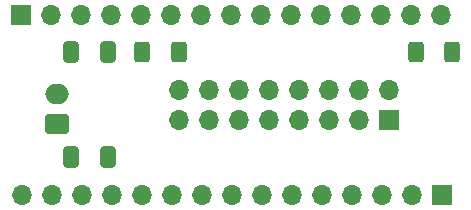
<source format=gbr>
%TF.GenerationSoftware,KiCad,Pcbnew,7.0.8*%
%TF.CreationDate,2023-10-16T17:27:27+02:00*%
%TF.ProjectId,LvL_shifter_shield,4c764c5f-7368-4696-9674-65725f736869,rev?*%
%TF.SameCoordinates,Original*%
%TF.FileFunction,Soldermask,Bot*%
%TF.FilePolarity,Negative*%
%FSLAX46Y46*%
G04 Gerber Fmt 4.6, Leading zero omitted, Abs format (unit mm)*
G04 Created by KiCad (PCBNEW 7.0.8) date 2023-10-16 17:27:27*
%MOMM*%
%LPD*%
G01*
G04 APERTURE LIST*
G04 Aperture macros list*
%AMRoundRect*
0 Rectangle with rounded corners*
0 $1 Rounding radius*
0 $2 $3 $4 $5 $6 $7 $8 $9 X,Y pos of 4 corners*
0 Add a 4 corners polygon primitive as box body*
4,1,4,$2,$3,$4,$5,$6,$7,$8,$9,$2,$3,0*
0 Add four circle primitives for the rounded corners*
1,1,$1+$1,$2,$3*
1,1,$1+$1,$4,$5*
1,1,$1+$1,$6,$7*
1,1,$1+$1,$8,$9*
0 Add four rect primitives between the rounded corners*
20,1,$1+$1,$2,$3,$4,$5,0*
20,1,$1+$1,$4,$5,$6,$7,0*
20,1,$1+$1,$6,$7,$8,$9,0*
20,1,$1+$1,$8,$9,$2,$3,0*%
G04 Aperture macros list end*
%ADD10RoundRect,0.250000X0.750000X-0.600000X0.750000X0.600000X-0.750000X0.600000X-0.750000X-0.600000X0*%
%ADD11O,2.000000X1.700000*%
%ADD12R,1.700000X1.700000*%
%ADD13O,1.700000X1.700000*%
%ADD14RoundRect,0.250000X0.400000X0.625000X-0.400000X0.625000X-0.400000X-0.625000X0.400000X-0.625000X0*%
%ADD15RoundRect,0.250000X-0.400000X-0.625000X0.400000X-0.625000X0.400000X0.625000X-0.400000X0.625000X0*%
%ADD16RoundRect,0.250000X-0.412500X-0.650000X0.412500X-0.650000X0.412500X0.650000X-0.412500X0.650000X0*%
G04 APERTURE END LIST*
D10*
%TO.C,J4*%
X109067600Y-87325200D03*
D11*
X109067600Y-84825200D03*
%TD*%
D12*
%TO.C,J1*%
X137160000Y-86995000D03*
D13*
X137160000Y-84455000D03*
X134620000Y-86995000D03*
X134620000Y-84455000D03*
X132080000Y-86995000D03*
X132080000Y-84455000D03*
X129540000Y-86995000D03*
X129540000Y-84455000D03*
X127000000Y-86995000D03*
X127000000Y-84455000D03*
X124460000Y-86995000D03*
X124460000Y-84455000D03*
X121920000Y-86995000D03*
X121920000Y-84455000D03*
X119380000Y-86995000D03*
X119380000Y-84455000D03*
%TD*%
D14*
%TO.C,R2*%
X119380000Y-81280000D03*
X116280000Y-81280000D03*
%TD*%
D12*
%TO.C,J3*%
X141605000Y-93345000D03*
D13*
X139065000Y-93345000D03*
X136525000Y-93345000D03*
X133985000Y-93345000D03*
X131445000Y-93345000D03*
X128905000Y-93345000D03*
X126365000Y-93345000D03*
X123825000Y-93345000D03*
X121285000Y-93345000D03*
X118745000Y-93345000D03*
X116205000Y-93345000D03*
X113665000Y-93345000D03*
X111125000Y-93345000D03*
X108585000Y-93345000D03*
X106045000Y-93345000D03*
%TD*%
D15*
%TO.C,R1*%
X139420000Y-81280000D03*
X142520000Y-81280000D03*
%TD*%
D16*
%TO.C,C1*%
X110197500Y-90170000D03*
X113322500Y-90170000D03*
%TD*%
%TO.C,C2*%
X110197500Y-81280000D03*
X113322500Y-81280000D03*
%TD*%
D12*
%TO.C,J2*%
X106019600Y-78105000D03*
D13*
X108559600Y-78105000D03*
X111099600Y-78105000D03*
X113639600Y-78105000D03*
X116179600Y-78105000D03*
X118719600Y-78105000D03*
X121259600Y-78105000D03*
X123799600Y-78105000D03*
X126339600Y-78105000D03*
X128879600Y-78105000D03*
X131419600Y-78105000D03*
X133959600Y-78105000D03*
X136499600Y-78105000D03*
X139039600Y-78105000D03*
X141579600Y-78105000D03*
%TD*%
M02*

</source>
